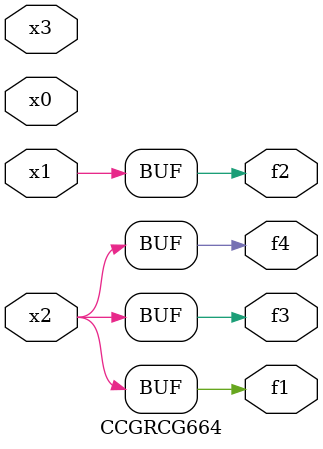
<source format=v>
module CCGRCG664(
	input x0, x1, x2, x3,
	output f1, f2, f3, f4
);
	assign f1 = x2;
	assign f2 = x1;
	assign f3 = x2;
	assign f4 = x2;
endmodule

</source>
